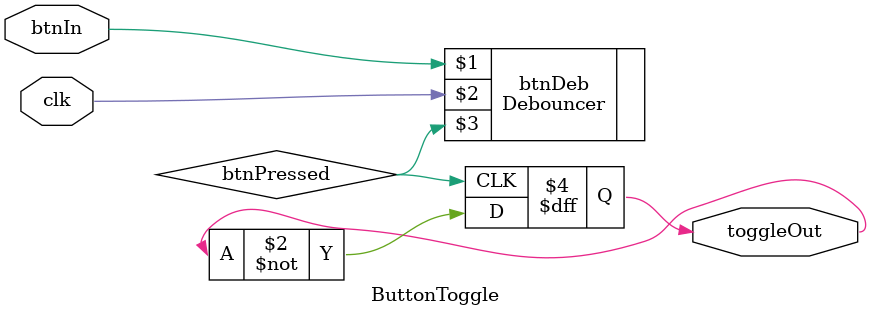
<source format=v>
`timescale 1ns / 1ps


module ButtonToggle(
    input btnIn,
    input clk,
    output reg toggleOut = 0
    );
    
    wire btnPressed;
    Debouncer btnDeb(btnIn, clk, btnPressed);
    
    always@(posedge btnPressed)
        toggleOut <= ~toggleOut;
    
endmodule

</source>
